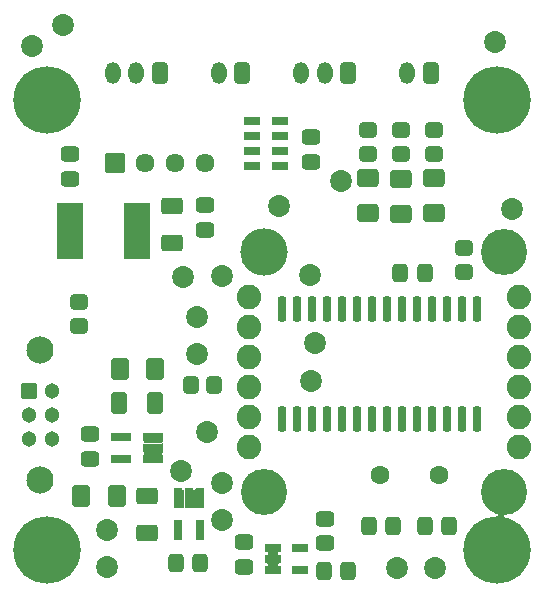
<source format=gts>
G04 #@! TF.GenerationSoftware,KiCad,Pcbnew,(6.0.5)*
G04 #@! TF.CreationDate,2023-01-26T23:57:16-05:00*
G04 #@! TF.ProjectId,sensors,73656e73-6f72-4732-9e6b-696361645f70,rev?*
G04 #@! TF.SameCoordinates,Original*
G04 #@! TF.FileFunction,Soldermask,Top*
G04 #@! TF.FilePolarity,Negative*
%FSLAX46Y46*%
G04 Gerber Fmt 4.6, Leading zero omitted, Abs format (unit mm)*
G04 Created by KiCad (PCBNEW (6.0.5)) date 2023-01-26 23:57:16*
%MOMM*%
%LPD*%
G01*
G04 APERTURE LIST*
G04 Aperture macros list*
%AMRoundRect*
0 Rectangle with rounded corners*
0 $1 Rounding radius*
0 $2 $3 $4 $5 $6 $7 $8 $9 X,Y pos of 4 corners*
0 Add a 4 corners polygon primitive as box body*
4,1,4,$2,$3,$4,$5,$6,$7,$8,$9,$2,$3,0*
0 Add four circle primitives for the rounded corners*
1,1,$1+$1,$2,$3*
1,1,$1+$1,$4,$5*
1,1,$1+$1,$6,$7*
1,1,$1+$1,$8,$9*
0 Add four rect primitives between the rounded corners*
20,1,$1+$1,$2,$3,$4,$5,0*
20,1,$1+$1,$4,$5,$6,$7,0*
20,1,$1+$1,$6,$7,$8,$9,0*
20,1,$1+$1,$8,$9,$2,$3,0*%
G04 Aperture macros list end*
%ADD10C,2.082800*%
%ADD11C,3.903600*%
%ADD12C,4.003600*%
%ADD13C,5.701600*%
%ADD14RoundRect,0.300800X-0.450000X0.350000X-0.450000X-0.350000X0.450000X-0.350000X0.450000X0.350000X0*%
%ADD15RoundRect,0.300800X-0.400000X-0.625000X0.400000X-0.625000X0.400000X0.625000X-0.400000X0.625000X0*%
%ADD16RoundRect,0.300801X0.462499X0.624999X-0.462499X0.624999X-0.462499X-0.624999X0.462499X-0.624999X0*%
%ADD17RoundRect,0.300800X-0.475000X0.337500X-0.475000X-0.337500X0.475000X-0.337500X0.475000X0.337500X0*%
%ADD18C,1.601600*%
%ADD19RoundRect,0.050800X0.780000X0.325000X-0.780000X0.325000X-0.780000X-0.325000X0.780000X-0.325000X0*%
%ADD20RoundRect,0.300800X0.625000X-0.400000X0.625000X0.400000X-0.625000X0.400000X-0.625000X-0.400000X0*%
%ADD21RoundRect,0.200800X-0.512500X-0.150000X0.512500X-0.150000X0.512500X0.150000X-0.512500X0.150000X0*%
%ADD22RoundRect,0.300800X-0.337500X-0.475000X0.337500X-0.475000X0.337500X0.475000X-0.337500X0.475000X0*%
%ADD23C,2.301600*%
%ADD24RoundRect,0.050800X-0.600000X0.600000X-0.600000X-0.600000X0.600000X-0.600000X0.600000X0.600000X0*%
%ADD25C,1.301600*%
%ADD26RoundRect,0.300800X0.337500X0.475000X-0.337500X0.475000X-0.337500X-0.475000X0.337500X-0.475000X0*%
%ADD27RoundRect,0.300800X0.350000X0.625000X-0.350000X0.625000X-0.350000X-0.625000X0.350000X-0.625000X0*%
%ADD28O,1.301600X1.851600*%
%ADD29RoundRect,0.200800X0.150000X-0.875000X0.150000X0.875000X-0.150000X0.875000X-0.150000X-0.875000X0*%
%ADD30RoundRect,0.300801X0.624999X-0.462499X0.624999X0.462499X-0.624999X0.462499X-0.624999X-0.462499X0*%
%ADD31RoundRect,0.050800X-0.754000X-0.754000X0.754000X-0.754000X0.754000X0.754000X-0.754000X0.754000X0*%
%ADD32C,1.609600*%
%ADD33RoundRect,0.050800X-0.325000X0.780000X-0.325000X-0.780000X0.325000X-0.780000X0.325000X0.780000X0*%
%ADD34RoundRect,0.072000X0.633800X0.243800X-0.633800X0.243800X-0.633800X-0.243800X0.633800X-0.243800X0*%
%ADD35RoundRect,0.050800X-1.025000X-2.350000X1.025000X-2.350000X1.025000X2.350000X-1.025000X2.350000X0*%
%ADD36RoundRect,0.300800X0.475000X-0.337500X0.475000X0.337500X-0.475000X0.337500X-0.475000X-0.337500X0*%
%ADD37RoundRect,0.300800X-0.350000X-0.450000X0.350000X-0.450000X0.350000X0.450000X-0.350000X0.450000X0*%
%ADD38C,1.856600*%
G04 APERTURE END LIST*
D10*
X192379600Y-118237000D03*
X192379600Y-120777000D03*
X192379600Y-123317000D03*
X192379600Y-125857000D03*
X192379600Y-128397000D03*
X192379600Y-130937000D03*
X169519600Y-130937000D03*
X169519600Y-128397000D03*
X169519600Y-125857000D03*
X169519600Y-123317000D03*
X169519600Y-120777000D03*
X169519600Y-118237000D03*
D11*
X191109600Y-114427000D03*
D12*
X170789600Y-114427000D03*
D11*
X191109600Y-134747000D03*
X170789600Y-134747000D03*
D13*
X190500000Y-139700000D03*
X152400000Y-139700000D03*
X152400000Y-101600000D03*
D14*
X182372000Y-104156000D03*
X182372000Y-106156000D03*
D15*
X158497324Y-127240000D03*
X161597324Y-127240000D03*
D16*
X161586232Y-124385000D03*
X158611232Y-124385000D03*
D14*
X155100000Y-118700000D03*
X155100000Y-120700000D03*
D17*
X169113200Y-139022000D03*
X169113200Y-141097000D03*
D18*
X180594000Y-133350000D03*
X185594000Y-133350000D03*
D14*
X185166000Y-104156000D03*
X185166000Y-106156000D03*
D19*
X161423324Y-132000000D03*
X161423324Y-131050000D03*
X161423324Y-130100000D03*
X158723324Y-130100000D03*
X158723324Y-132000000D03*
D20*
X163012700Y-113685400D03*
X163012700Y-110585400D03*
D14*
X179578000Y-104156000D03*
X179578000Y-106156000D03*
D21*
X171582500Y-139512000D03*
X171582500Y-140462000D03*
X171582500Y-141412000D03*
X173857500Y-141412000D03*
X173857500Y-139512000D03*
D22*
X163322415Y-140755971D03*
X165397415Y-140755971D03*
D20*
X160883600Y-138231200D03*
X160883600Y-135131200D03*
D23*
X151880000Y-133760000D03*
X151880000Y-122760000D03*
D24*
X150880000Y-126260000D03*
D25*
X150880000Y-128260000D03*
X150880000Y-130260000D03*
X152880000Y-126260000D03*
X152880000Y-128260000D03*
X152880000Y-130260000D03*
D26*
X181737000Y-137642742D03*
X179662000Y-137642742D03*
D27*
X168966206Y-99325604D03*
D28*
X166966206Y-99325604D03*
D29*
X172339000Y-128602000D03*
X173609000Y-128602000D03*
X174879000Y-128602000D03*
X176149000Y-128602000D03*
X177419000Y-128602000D03*
X178689000Y-128602000D03*
X179959000Y-128602000D03*
X181229000Y-128602000D03*
X182499000Y-128602000D03*
X183769000Y-128602000D03*
X185039000Y-128602000D03*
X186309000Y-128602000D03*
X187579000Y-128602000D03*
X188849000Y-128602000D03*
X188849000Y-119302000D03*
X187579000Y-119302000D03*
X186309000Y-119302000D03*
X185039000Y-119302000D03*
X183769000Y-119302000D03*
X182499000Y-119302000D03*
X181229000Y-119302000D03*
X179959000Y-119302000D03*
X178689000Y-119302000D03*
X177419000Y-119302000D03*
X176149000Y-119302000D03*
X174879000Y-119302000D03*
X173609000Y-119302000D03*
X172339000Y-119302000D03*
D30*
X179578000Y-111179000D03*
X179578000Y-108204000D03*
D31*
X158180000Y-106925800D03*
D32*
X160720000Y-106925800D03*
X163260000Y-106925800D03*
X165800000Y-106925800D03*
D30*
X185166000Y-111179000D03*
X185166000Y-108204000D03*
D16*
X158325000Y-135150000D03*
X155350000Y-135150000D03*
D33*
X165389600Y-135331200D03*
X164439600Y-135331200D03*
X163489600Y-135331200D03*
X163489600Y-138031200D03*
X165389600Y-138031200D03*
D17*
X174770000Y-104762500D03*
X174770000Y-106837500D03*
D30*
X182372000Y-111215500D03*
X182372000Y-108240500D03*
D27*
X177947147Y-99314004D03*
D28*
X175947147Y-99314004D03*
X173947147Y-99314004D03*
D22*
X175852000Y-141478000D03*
X177927000Y-141478000D03*
D26*
X184425500Y-116200000D03*
X182350500Y-116200000D03*
D34*
X172160000Y-107145500D03*
X172160000Y-105895500D03*
X172160000Y-104645500D03*
X172160000Y-103395500D03*
X169760000Y-103395500D03*
X169760000Y-104645500D03*
X169760000Y-105895500D03*
X169760000Y-107145500D03*
D22*
X184404000Y-137642742D03*
X186479000Y-137642742D03*
D35*
X154362700Y-112685400D03*
X160012700Y-112685400D03*
D13*
X190500000Y-101600000D03*
D27*
X161981052Y-99299249D03*
D28*
X159981052Y-99299249D03*
X157981052Y-99299249D03*
D36*
X154355800Y-108250900D03*
X154355800Y-106175900D03*
D14*
X187700000Y-114163600D03*
X187700000Y-116163600D03*
D17*
X165811200Y-110525900D03*
X165811200Y-112600900D03*
D27*
X184926510Y-99314004D03*
D28*
X182926510Y-99314004D03*
D36*
X175996600Y-139115800D03*
X175996600Y-137040800D03*
D37*
X164600000Y-125700000D03*
X166600000Y-125700000D03*
D17*
X156055546Y-129911471D03*
X156055546Y-131986471D03*
D38*
X167259000Y-116484400D03*
X163982400Y-116611400D03*
X165105768Y-119955193D03*
X167208200Y-134035800D03*
X185300000Y-141200000D03*
X153800000Y-95225000D03*
X157480000Y-141100000D03*
X182100000Y-141200000D03*
X165100000Y-123139200D03*
X177350000Y-108475000D03*
X157500000Y-137975000D03*
X151125000Y-97000000D03*
X190400000Y-96700000D03*
X191795400Y-110820200D03*
X163800000Y-133000000D03*
X172110400Y-110540800D03*
X166000000Y-129700000D03*
X174800000Y-125400000D03*
X175100000Y-122200000D03*
X174700000Y-116400000D03*
X167259000Y-137160000D03*
G36*
X172088528Y-140811800D02*
G01*
X172088528Y-140813800D01*
X172087057Y-140814783D01*
X172085298Y-140815015D01*
X172021685Y-140843154D01*
X171983551Y-140900965D01*
X171982725Y-140970220D01*
X172019464Y-141028914D01*
X172085306Y-141058985D01*
X172087068Y-141059217D01*
X172088655Y-141060435D01*
X172088394Y-141062418D01*
X172086807Y-141063200D01*
X171078204Y-141063200D01*
X171076472Y-141062200D01*
X171076472Y-141060200D01*
X171077943Y-141059217D01*
X171079702Y-141058985D01*
X171143315Y-141030846D01*
X171181449Y-140973035D01*
X171182275Y-140903780D01*
X171145536Y-140845086D01*
X171079694Y-140815015D01*
X171077932Y-140814783D01*
X171076345Y-140813565D01*
X171076606Y-140811582D01*
X171078193Y-140810800D01*
X172086796Y-140810800D01*
X172088528Y-140811800D01*
G37*
G36*
X172088528Y-139861800D02*
G01*
X172088528Y-139863800D01*
X172087057Y-139864783D01*
X172085298Y-139865015D01*
X172021685Y-139893154D01*
X171983551Y-139950965D01*
X171982725Y-140020220D01*
X172019464Y-140078914D01*
X172085306Y-140108985D01*
X172087068Y-140109217D01*
X172088655Y-140110435D01*
X172088394Y-140112418D01*
X172086807Y-140113200D01*
X171078204Y-140113200D01*
X171076472Y-140112200D01*
X171076472Y-140110200D01*
X171077943Y-140109217D01*
X171079702Y-140108985D01*
X171143315Y-140080846D01*
X171181449Y-140023035D01*
X171182275Y-139953780D01*
X171145536Y-139895086D01*
X171079694Y-139865015D01*
X171077932Y-139864783D01*
X171076345Y-139863565D01*
X171076606Y-139861582D01*
X171078193Y-139860800D01*
X172086796Y-139860800D01*
X172088528Y-139861800D01*
G37*
G36*
X190744245Y-136662259D02*
G01*
X191017755Y-136694631D01*
X191250430Y-136689148D01*
X191252185Y-136690106D01*
X191252232Y-136692106D01*
X191250717Y-136693133D01*
X191213688Y-136697614D01*
X191149789Y-136725086D01*
X191111050Y-136782499D01*
X191109501Y-136851739D01*
X191145654Y-136910861D01*
X191197920Y-136938822D01*
X191198976Y-136940521D01*
X191198033Y-136942285D01*
X191196490Y-136942526D01*
X191033811Y-136901664D01*
X190708641Y-136858854D01*
X190503567Y-136855633D01*
X190501850Y-136854606D01*
X190501882Y-136852606D01*
X190503065Y-136851705D01*
X190569673Y-136833278D01*
X190615844Y-136781656D01*
X190626776Y-136713266D01*
X190599002Y-136649829D01*
X190542520Y-136612805D01*
X190541619Y-136611019D01*
X190542716Y-136609346D01*
X190544129Y-136609199D01*
X190744245Y-136662259D01*
G37*
G36*
X163863711Y-134534722D02*
G01*
X163915544Y-134578041D01*
X163984260Y-134586674D01*
X164046890Y-134556710D01*
X164065117Y-134535675D01*
X164067007Y-134535021D01*
X164068518Y-134536331D01*
X164068590Y-134537375D01*
X164065800Y-134551399D01*
X164065800Y-136111001D01*
X164068734Y-136125753D01*
X164068091Y-136127647D01*
X164066129Y-136128037D01*
X164065489Y-136127678D01*
X164013656Y-136084359D01*
X163944940Y-136075726D01*
X163882310Y-136105690D01*
X163864083Y-136126725D01*
X163862193Y-136127379D01*
X163860682Y-136126069D01*
X163860610Y-136125025D01*
X163863400Y-136111001D01*
X163863400Y-134551399D01*
X163860466Y-134536647D01*
X163861109Y-134534753D01*
X163863071Y-134534363D01*
X163863711Y-134534722D01*
G37*
G36*
X164813711Y-134534722D02*
G01*
X164865544Y-134578041D01*
X164934260Y-134586674D01*
X164996890Y-134556710D01*
X165015117Y-134535675D01*
X165017007Y-134535021D01*
X165018518Y-134536331D01*
X165018590Y-134537375D01*
X165015800Y-134551399D01*
X165015800Y-136111001D01*
X165018734Y-136125753D01*
X165018091Y-136127647D01*
X165016129Y-136128037D01*
X165015489Y-136127678D01*
X164963656Y-136084359D01*
X164894940Y-136075726D01*
X164832310Y-136105690D01*
X164814083Y-136126725D01*
X164812193Y-136127379D01*
X164810682Y-136126069D01*
X164810610Y-136125025D01*
X164813400Y-136111001D01*
X164813400Y-134551399D01*
X164810466Y-134536647D01*
X164811109Y-134534753D01*
X164813071Y-134534363D01*
X164813711Y-134534722D01*
G37*
G36*
X162219771Y-131421509D02*
G01*
X162220161Y-131423471D01*
X162219802Y-131424111D01*
X162176483Y-131475944D01*
X162167850Y-131544660D01*
X162197814Y-131607290D01*
X162218849Y-131625517D01*
X162219503Y-131627407D01*
X162218193Y-131628918D01*
X162217149Y-131628990D01*
X162203125Y-131626200D01*
X160643523Y-131626200D01*
X160628771Y-131629134D01*
X160626877Y-131628491D01*
X160626487Y-131626529D01*
X160626846Y-131625889D01*
X160670165Y-131574056D01*
X160678798Y-131505340D01*
X160648834Y-131442710D01*
X160627799Y-131424483D01*
X160627145Y-131422593D01*
X160628455Y-131421082D01*
X160629499Y-131421010D01*
X160643523Y-131423800D01*
X162203125Y-131423800D01*
X162217877Y-131420866D01*
X162219771Y-131421509D01*
G37*
G36*
X162219771Y-130471509D02*
G01*
X162220161Y-130473471D01*
X162219802Y-130474111D01*
X162176483Y-130525944D01*
X162167850Y-130594660D01*
X162197814Y-130657290D01*
X162218849Y-130675517D01*
X162219503Y-130677407D01*
X162218193Y-130678918D01*
X162217149Y-130678990D01*
X162203125Y-130676200D01*
X160643523Y-130676200D01*
X160628771Y-130679134D01*
X160626877Y-130678491D01*
X160626487Y-130676529D01*
X160626846Y-130675889D01*
X160670165Y-130624056D01*
X160678798Y-130555340D01*
X160648834Y-130492710D01*
X160627799Y-130474483D01*
X160627145Y-130472593D01*
X160628455Y-130471082D01*
X160629499Y-130471010D01*
X160643523Y-130473800D01*
X162203125Y-130473800D01*
X162217877Y-130470866D01*
X162219771Y-130471509D01*
G37*
M02*

</source>
